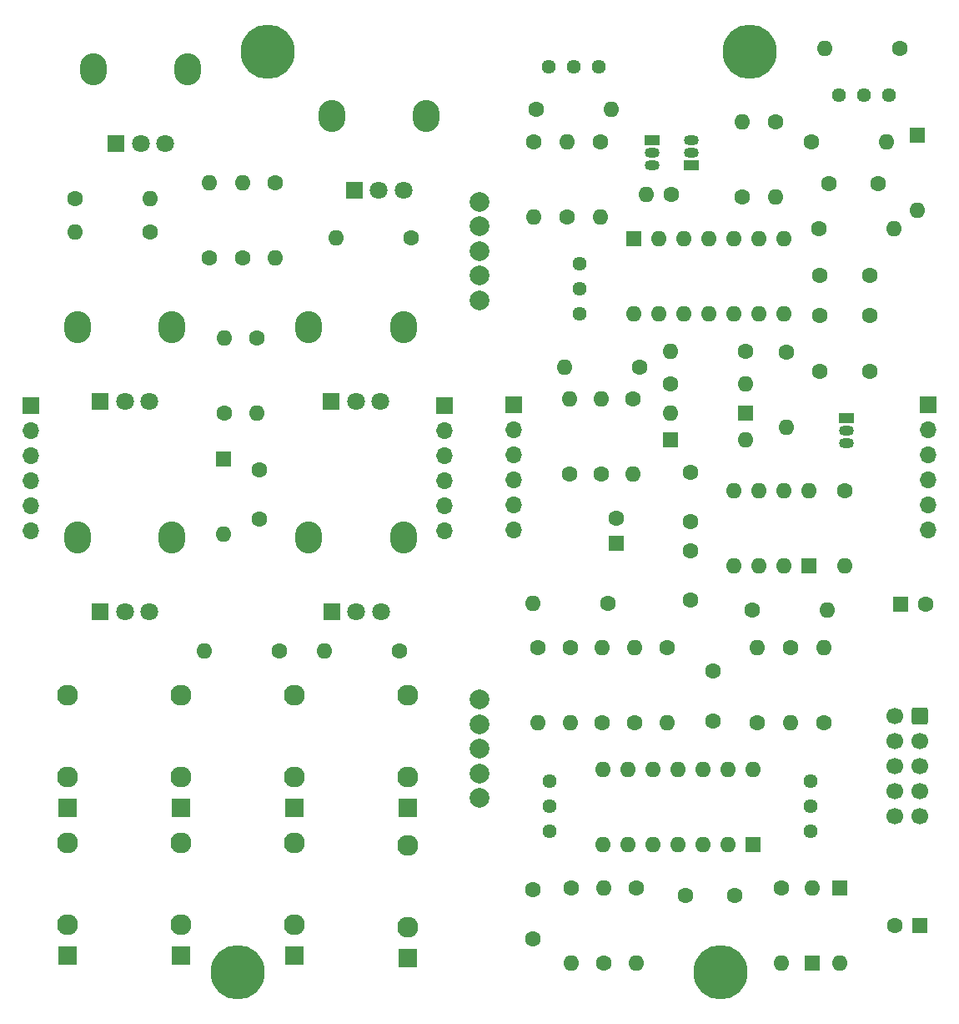
<source format=gts>
%TF.GenerationSoftware,KiCad,Pcbnew,5.99.0-unknown-3763aca52c~129~ubuntu20.04.1*%
%TF.CreationDate,2021-06-21T22:08:16+02:00*%
%TF.ProjectId,VCO-Version-1,56434f2d-5665-4727-9369-6f6e2d312e6b,rev?*%
%TF.SameCoordinates,Original*%
%TF.FileFunction,Soldermask,Top*%
%TF.FilePolarity,Negative*%
%FSLAX46Y46*%
G04 Gerber Fmt 4.6, Leading zero omitted, Abs format (unit mm)*
G04 Created by KiCad (PCBNEW 5.99.0-unknown-3763aca52c~129~ubuntu20.04.1) date 2021-06-21 22:08:16*
%MOMM*%
%LPD*%
G01*
G04 APERTURE LIST*
G04 Aperture macros list*
%AMRoundRect*
0 Rectangle with rounded corners*
0 $1 Rounding radius*
0 $2 $3 $4 $5 $6 $7 $8 $9 X,Y pos of 4 corners*
0 Add a 4 corners polygon primitive as box body*
4,1,4,$2,$3,$4,$5,$6,$7,$8,$9,$2,$3,0*
0 Add four circle primitives for the rounded corners*
1,1,$1+$1,$2,$3*
1,1,$1+$1,$4,$5*
1,1,$1+$1,$6,$7*
1,1,$1+$1,$8,$9*
0 Add four rect primitives between the rounded corners*
20,1,$1+$1,$2,$3,$4,$5,0*
20,1,$1+$1,$4,$5,$6,$7,0*
20,1,$1+$1,$6,$7,$8,$9,0*
20,1,$1+$1,$8,$9,$2,$3,0*%
G04 Aperture macros list end*
%ADD10C,2.000000*%
%ADD11O,2.720000X3.240000*%
%ADD12R,1.800000X1.800000*%
%ADD13C,1.800000*%
%ADD14O,1.700000X1.700000*%
%ADD15R,1.700000X1.700000*%
%ADD16C,1.600000*%
%ADD17O,1.600000X1.600000*%
%ADD18R,1.930000X1.830000*%
%ADD19C,2.130000*%
%ADD20C,5.500000*%
%ADD21R,1.600000X1.600000*%
%ADD22O,1.500000X1.050000*%
%ADD23R,1.500000X1.050000*%
%ADD24C,1.440000*%
%ADD25C,1.700000*%
%ADD26RoundRect,0.250000X0.600000X0.600000X-0.600000X0.600000X-0.600000X-0.600000X0.600000X-0.600000X0*%
G04 APERTURE END LIST*
D10*
X146900000Y-125700000D03*
X146900000Y-128200000D03*
X146900000Y-120700000D03*
X146900000Y-123200000D03*
X146900000Y-130700000D03*
X146900000Y-75200000D03*
X146900000Y-72700000D03*
X146900000Y-80200000D03*
X146900000Y-77700000D03*
X146900000Y-70200000D03*
D11*
X129600000Y-104275000D03*
X139200000Y-104275000D03*
D12*
X131900000Y-111775000D03*
D13*
X134400000Y-111775000D03*
X136900000Y-111775000D03*
D14*
X150425000Y-103525000D03*
X150425000Y-100985000D03*
X150425000Y-98445000D03*
X150425000Y-95905000D03*
X150425000Y-93365000D03*
D15*
X150425000Y-90825000D03*
D16*
X126200000Y-68290000D03*
D17*
X126200000Y-75910000D03*
D11*
X139180000Y-82925000D03*
X129580000Y-82925000D03*
D12*
X131880000Y-90425000D03*
D13*
X134380000Y-90425000D03*
X136880000Y-90425000D03*
D16*
X122900000Y-75910000D03*
D17*
X122900000Y-68290000D03*
D18*
X116600000Y-131680000D03*
D19*
X116600000Y-120280000D03*
X116600000Y-128580000D03*
D18*
X128100000Y-131680000D03*
D19*
X128100000Y-120280000D03*
X128100000Y-128580000D03*
D16*
X121000000Y-91610000D03*
D17*
X121000000Y-83990000D03*
D18*
X105100000Y-131680000D03*
D19*
X105100000Y-120280000D03*
X105100000Y-128580000D03*
D18*
X116600000Y-146680000D03*
D19*
X116600000Y-135280000D03*
X116600000Y-143580000D03*
D20*
X122400000Y-148400000D03*
D16*
X126610000Y-115800000D03*
D17*
X118990000Y-115800000D03*
D14*
X192425000Y-103525000D03*
X192425000Y-100985000D03*
X192425000Y-98445000D03*
X192425000Y-95905000D03*
X192425000Y-93365000D03*
D15*
X192425000Y-90825000D03*
D16*
X124300000Y-83990000D03*
D17*
X124300000Y-91610000D03*
D18*
X105100000Y-146680000D03*
D19*
X105100000Y-135280000D03*
X105100000Y-143580000D03*
D11*
X117300000Y-56775000D03*
X107700000Y-56775000D03*
D12*
X110000000Y-64275000D03*
D13*
X112500000Y-64275000D03*
X115000000Y-64275000D03*
D16*
X113510000Y-73300000D03*
D17*
X105890000Y-73300000D03*
D11*
X131900000Y-61525000D03*
X141500000Y-61525000D03*
D12*
X134200000Y-69025000D03*
D13*
X136700000Y-69025000D03*
X139200000Y-69025000D03*
D11*
X115700000Y-104275000D03*
X106100000Y-104275000D03*
D12*
X108400000Y-111775000D03*
D13*
X110900000Y-111775000D03*
X113400000Y-111775000D03*
D16*
X140010000Y-73900000D03*
D17*
X132390000Y-73900000D03*
D16*
X119500000Y-75910000D03*
D17*
X119500000Y-68290000D03*
D18*
X128100000Y-146680000D03*
D19*
X128100000Y-135280000D03*
X128100000Y-143580000D03*
D20*
X171400000Y-148350000D03*
D18*
X139600000Y-146900000D03*
D19*
X139600000Y-135500000D03*
X139600000Y-143800000D03*
D16*
X124600000Y-102400000D03*
X124600000Y-97400000D03*
D18*
X139600000Y-131680000D03*
D19*
X139600000Y-120280000D03*
X139600000Y-128580000D03*
D16*
X138810000Y-115800000D03*
D17*
X131190000Y-115800000D03*
D16*
X105890000Y-69900000D03*
D17*
X113510000Y-69900000D03*
D20*
X174320000Y-54950000D03*
D11*
X115700000Y-82925000D03*
X106100000Y-82925000D03*
D12*
X108400000Y-90425000D03*
D13*
X110900000Y-90425000D03*
X113400000Y-90425000D03*
D21*
X120900000Y-96290000D03*
D17*
X120900000Y-103910000D03*
D20*
X125400000Y-55000000D03*
D21*
X173910000Y-91650000D03*
D17*
X166290000Y-91650000D03*
D16*
X168300000Y-110650000D03*
X168300000Y-105650000D03*
X160800000Y-102332380D03*
D21*
X160800000Y-104832380D03*
D22*
X168425000Y-63950000D03*
X168425000Y-65220000D03*
D23*
X168425000Y-66490000D03*
D16*
X168300000Y-102650000D03*
X168300000Y-97650000D03*
X189082380Y-143650000D03*
D21*
X191582380Y-143650000D03*
D17*
X191400000Y-71060000D03*
D21*
X191400000Y-63440000D03*
D17*
X166000000Y-123060000D03*
D16*
X166000000Y-115440000D03*
D17*
X163865000Y-69460000D03*
D16*
X166405000Y-69460000D03*
X173910000Y-85350000D03*
D17*
X166290000Y-85350000D03*
X177600000Y-147450000D03*
D16*
X177600000Y-139830000D03*
X162800000Y-139840000D03*
D17*
X162800000Y-147460000D03*
D16*
X172800000Y-140550000D03*
X167800000Y-140550000D03*
D17*
X180400000Y-99510000D03*
X177860000Y-99510000D03*
X175320000Y-99510000D03*
X172780000Y-99510000D03*
X172780000Y-107130000D03*
X175320000Y-107130000D03*
X177860000Y-107130000D03*
D21*
X180400000Y-107130000D03*
X166290000Y-94350000D03*
D17*
X173910000Y-94350000D03*
X156100000Y-90240000D03*
D16*
X156100000Y-97860000D03*
D22*
X184172500Y-94720000D03*
X184172500Y-93450000D03*
D23*
X184172500Y-92180000D03*
D17*
X155800000Y-64140000D03*
D16*
X155800000Y-71760000D03*
D17*
X181900000Y-115440000D03*
D16*
X181900000Y-123060000D03*
D17*
X181980000Y-54650000D03*
D16*
X189600000Y-54650000D03*
D24*
X158980000Y-56550000D03*
X156440000Y-56550000D03*
X153900000Y-56550000D03*
X154000000Y-134080000D03*
X154000000Y-131540000D03*
X154000000Y-129000000D03*
D17*
X162500000Y-97860000D03*
D16*
X162500000Y-90240000D03*
D17*
X180700000Y-139830000D03*
D21*
X180700000Y-147450000D03*
D17*
X184000000Y-107160000D03*
D16*
X184000000Y-99540000D03*
D17*
X178500000Y-123060000D03*
D16*
X178500000Y-115440000D03*
X187400000Y-68350000D03*
X182400000Y-68350000D03*
D17*
X189010000Y-72950000D03*
D16*
X181390000Y-72950000D03*
D17*
X152400000Y-71770000D03*
D16*
X152400000Y-64150000D03*
X186500000Y-77650000D03*
X181500000Y-77650000D03*
D17*
X159400000Y-115440000D03*
D16*
X159400000Y-123060000D03*
D15*
X143400000Y-90850000D03*
D14*
X143400000Y-93390000D03*
X143400000Y-95930000D03*
X143400000Y-98470000D03*
X143400000Y-101010000D03*
X143400000Y-103550000D03*
D25*
X189042380Y-132510000D03*
X191582380Y-132510000D03*
X189042380Y-129970000D03*
X191582380Y-129970000D03*
X189042380Y-127430000D03*
X191582380Y-127430000D03*
X189042380Y-124890000D03*
X191582380Y-124890000D03*
X189042380Y-122350000D03*
D26*
X191582380Y-122350000D03*
D17*
X188210000Y-64150000D03*
D16*
X180590000Y-64150000D03*
X159200000Y-64140000D03*
D17*
X159200000Y-71760000D03*
X162700000Y-115440000D03*
D16*
X162700000Y-123060000D03*
D24*
X157100000Y-76520000D03*
X157100000Y-79060000D03*
X157100000Y-81600000D03*
D17*
X152300000Y-110980000D03*
D16*
X159920000Y-110980000D03*
X152300000Y-145030000D03*
X152300000Y-140030000D03*
D17*
X162575000Y-81570000D03*
X165115000Y-81570000D03*
X167655000Y-81570000D03*
X170195000Y-81570000D03*
X172735000Y-81570000D03*
X175275000Y-81570000D03*
X177815000Y-81570000D03*
X177815000Y-73950000D03*
X175275000Y-73950000D03*
X172735000Y-73950000D03*
X170195000Y-73950000D03*
X167655000Y-73950000D03*
X165115000Y-73950000D03*
D21*
X162575000Y-73950000D03*
D17*
X159300000Y-90240000D03*
D16*
X159300000Y-97860000D03*
X181500000Y-87450000D03*
X186500000Y-87450000D03*
X166290000Y-88650000D03*
D17*
X173910000Y-88650000D03*
X182210000Y-111620000D03*
D16*
X174590000Y-111620000D03*
D17*
X160320000Y-60850000D03*
D16*
X152700000Y-60850000D03*
D24*
X180500000Y-128970000D03*
X180500000Y-131510000D03*
X180500000Y-134050000D03*
D17*
X155590000Y-86950000D03*
D16*
X163210000Y-86950000D03*
X170600000Y-122850000D03*
X170600000Y-117850000D03*
D17*
X175100000Y-115440000D03*
D16*
X175100000Y-123060000D03*
X192200000Y-111050000D03*
D21*
X189700000Y-111050000D03*
D16*
X156200000Y-139840000D03*
D17*
X156200000Y-147460000D03*
X174725000Y-127780000D03*
X172185000Y-127780000D03*
X169645000Y-127780000D03*
X167105000Y-127780000D03*
X164565000Y-127780000D03*
X162025000Y-127780000D03*
X159485000Y-127780000D03*
X159485000Y-135400000D03*
X162025000Y-135400000D03*
X164565000Y-135400000D03*
X167105000Y-135400000D03*
X169645000Y-135400000D03*
X172185000Y-135400000D03*
D21*
X174725000Y-135400000D03*
D15*
X101400000Y-90850000D03*
D14*
X101400000Y-93390000D03*
X101400000Y-95930000D03*
X101400000Y-98470000D03*
X101400000Y-101010000D03*
X101400000Y-103550000D03*
D17*
X183500000Y-147450000D03*
D21*
X183500000Y-139830000D03*
D16*
X181500000Y-81750000D03*
X186500000Y-81750000D03*
X159500000Y-147460000D03*
D17*
X159500000Y-139840000D03*
X178100000Y-93060000D03*
D16*
X178100000Y-85440000D03*
D17*
X152810000Y-123080000D03*
D16*
X152810000Y-115460000D03*
D17*
X173600000Y-62130000D03*
D16*
X173600000Y-69750000D03*
D24*
X188500000Y-59350000D03*
X185960000Y-59350000D03*
X183420000Y-59350000D03*
D17*
X177000000Y-69760000D03*
D16*
X177000000Y-62140000D03*
D17*
X156110000Y-123060000D03*
D16*
X156110000Y-115440000D03*
D22*
X164400000Y-66490000D03*
X164400000Y-65220000D03*
D23*
X164400000Y-63950000D03*
M02*

</source>
